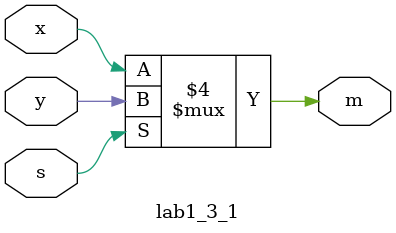
<source format=v>
`timescale 1ns / 1ps


module lab1_3_1(
    input  x,
    input  y,
    input  s,
    output reg m
    );
    always @ (x or y or s)
    begin
    if(s==0)
        m=x;
    else
        m=y;
    end
endmodule

</source>
